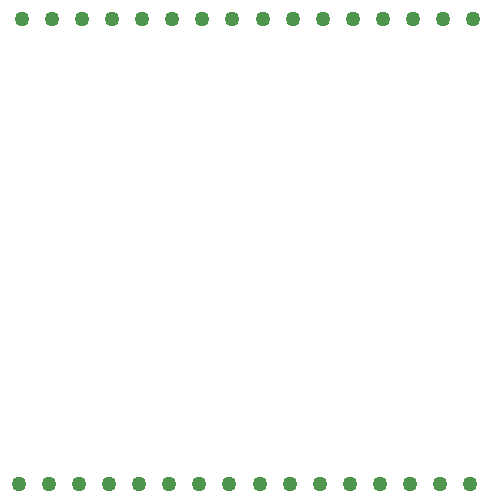
<source format=gbr>
G04 PROTEUS GERBER X2 FILE*
%TF.GenerationSoftware,Labcenter,Proteus,8.9-SP0-Build27865*%
%TF.CreationDate,2019-11-20T08:54:18+00:00*%
%TF.FileFunction,Plated,0,2,PTH*%
%TF.FilePolarity,Positive*%
%TF.Part,Single*%
%TF.SameCoordinates,{7013e9e2-5f8a-4322-ad27-eff1acf5da43}*%
%FSLAX45Y45*%
%MOMM*%
G01*
%TA.AperFunction,ComponentDrill*%
%ADD12C,1.270000*%
%TD.AperFunction*%
D12*
X-4250000Y+5750000D03*
X-3996000Y+5750000D03*
X-3742000Y+5750000D03*
X-3488000Y+5750000D03*
X-3234000Y+5750000D03*
X-2980000Y+5750000D03*
X-2726000Y+5750000D03*
X-2472000Y+5750000D03*
X-2210000Y+5750000D03*
X-1956000Y+5750000D03*
X-1702000Y+5750000D03*
X-1448000Y+5750000D03*
X-1194000Y+5750000D03*
X-940000Y+5750000D03*
X-686000Y+5750000D03*
X-432000Y+5750000D03*
X-452000Y+1820000D03*
X-706000Y+1820000D03*
X-960000Y+1820000D03*
X-1214000Y+1820000D03*
X-1468000Y+1820000D03*
X-1722000Y+1820000D03*
X-1976000Y+1820000D03*
X-2230000Y+1820000D03*
X-2492000Y+1820000D03*
X-2746000Y+1820000D03*
X-3000000Y+1820000D03*
X-3254000Y+1820000D03*
X-3508000Y+1820000D03*
X-3762000Y+1820000D03*
X-4016000Y+1820000D03*
X-4270000Y+1820000D03*
M02*

</source>
